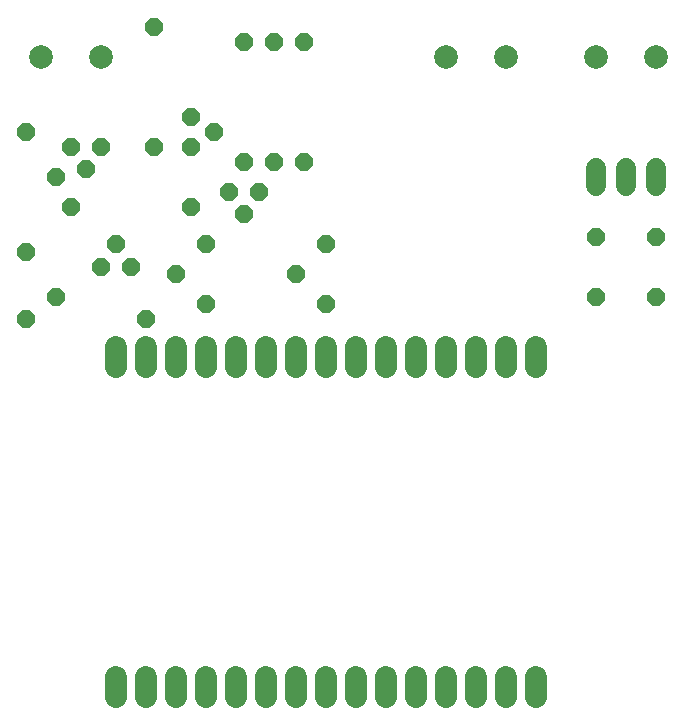
<source format=gbr>
G04 EAGLE Gerber RS-274X export*
G75*
%MOMM*%
%FSLAX34Y34*%
%LPD*%
%INSoldermask Top*%
%IPPOS*%
%AMOC8*
5,1,8,0,0,1.08239X$1,22.5*%
G01*
%ADD10P,1.649562X8X112.500000*%
%ADD11C,1.727200*%
%ADD12P,1.649562X8X202.500000*%
%ADD13P,1.649562X8X292.500000*%
%ADD14P,1.649562X8X22.500000*%
%ADD15C,1.879600*%
%ADD16C,2.003200*%


D10*
X577850Y361950D03*
X577850Y412750D03*
X527050Y361950D03*
X527050Y412750D03*
D11*
X577850Y455930D02*
X577850Y471170D01*
X552450Y471170D02*
X552450Y455930D01*
X527050Y455930D02*
X527050Y471170D01*
D10*
X184150Y514350D03*
X203200Y501650D03*
X184150Y488950D03*
D12*
X107950Y387350D03*
X120650Y406400D03*
X133350Y387350D03*
D10*
X152400Y488950D03*
X152400Y590550D03*
X44450Y400050D03*
X44450Y501650D03*
X228600Y476250D03*
X228600Y577850D03*
D12*
X298450Y406400D03*
X196850Y406400D03*
D13*
X254000Y577850D03*
X254000Y476250D03*
D10*
X69850Y361950D03*
X69850Y463550D03*
D12*
X273050Y381000D03*
X171450Y381000D03*
X146050Y342900D03*
X44450Y342900D03*
X184150Y438150D03*
X82550Y438150D03*
D14*
X196850Y355600D03*
X298450Y355600D03*
X241300Y450850D03*
X228600Y431800D03*
X215900Y450850D03*
X107950Y488950D03*
X95250Y469900D03*
X82550Y488950D03*
D15*
X476250Y40132D02*
X476250Y23368D01*
X450850Y23368D02*
X450850Y40132D01*
X425450Y40132D02*
X425450Y23368D01*
X400050Y23368D02*
X400050Y40132D01*
X374650Y40132D02*
X374650Y23368D01*
X349250Y23368D02*
X349250Y40132D01*
X323850Y40132D02*
X323850Y23368D01*
X298450Y23368D02*
X298450Y40132D01*
X273050Y40132D02*
X273050Y23368D01*
X247650Y23368D02*
X247650Y40132D01*
X222250Y40132D02*
X222250Y23368D01*
X196850Y23368D02*
X196850Y40132D01*
X171450Y40132D02*
X171450Y23368D01*
X146050Y23368D02*
X146050Y40132D01*
X120650Y40132D02*
X120650Y23368D01*
X120650Y302768D02*
X120650Y319532D01*
X146050Y319532D02*
X146050Y302768D01*
X171450Y302768D02*
X171450Y319532D01*
X196850Y319532D02*
X196850Y302768D01*
X222250Y302768D02*
X222250Y319532D01*
X247650Y319532D02*
X247650Y302768D01*
X273050Y302768D02*
X273050Y319532D01*
X298450Y319532D02*
X298450Y302768D01*
X323850Y302768D02*
X323850Y319532D01*
X349250Y319532D02*
X349250Y302768D01*
X374650Y302768D02*
X374650Y319532D01*
X400050Y319532D02*
X400050Y302768D01*
X425450Y302768D02*
X425450Y319532D01*
X450850Y319532D02*
X450850Y302768D01*
X476250Y302768D02*
X476250Y319532D01*
D16*
X450850Y565150D03*
X400050Y565150D03*
X577850Y565150D03*
X527050Y565150D03*
X107950Y565150D03*
X57150Y565150D03*
D10*
X279400Y476250D03*
X279400Y577850D03*
M02*

</source>
